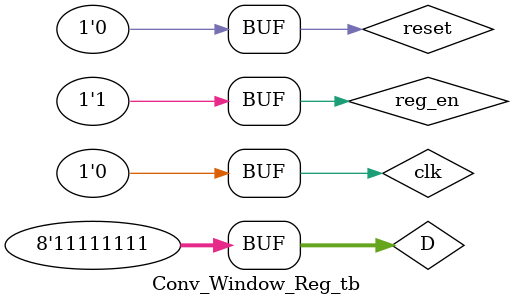
<source format=sv>
`timescale 1ns / 1ps

module Conv_Window_Reg_tb();
parameter DATA_WIDTH =8;
// setting up driving registers and wires to put in inputs
reg clk;
reg reset;
reg reg_en;
reg [DATA_WIDTH-1:0]D;
wire [DATA_WIDTH-1:0] Q;


Conv_Window_Reg dut(
.clk(clk),
.reset(reset),
.reg_en(reg_en),
.D(D),
.Q(Q)
);

//CLOCK GENERATION- clock with 10 ns period
always
    begin
    clk <=1;
    #5
    clk <=0;
    #5;
    end

//test vectors

initial
    begin
    
    reset <=1;
    reg_en <=0;
    #10;
    reset <=0;
    #10;
    D <= 'hff;
    #20;
    reg_en <=1;
    D <= 2'h00;
    #20;
    D <= 'h10;
    #20;
    D <= 'hff;
end 
  
endmodule

</source>
